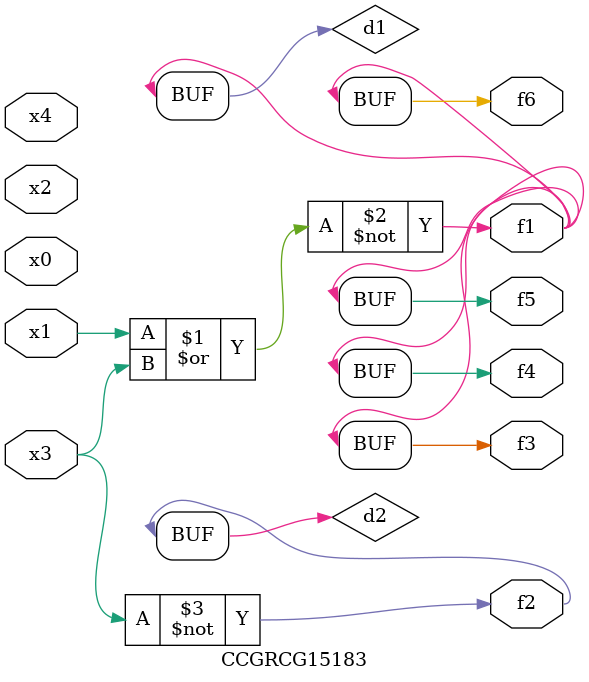
<source format=v>
module CCGRCG15183(
	input x0, x1, x2, x3, x4,
	output f1, f2, f3, f4, f5, f6
);

	wire d1, d2;

	nor (d1, x1, x3);
	not (d2, x3);
	assign f1 = d1;
	assign f2 = d2;
	assign f3 = d1;
	assign f4 = d1;
	assign f5 = d1;
	assign f6 = d1;
endmodule

</source>
